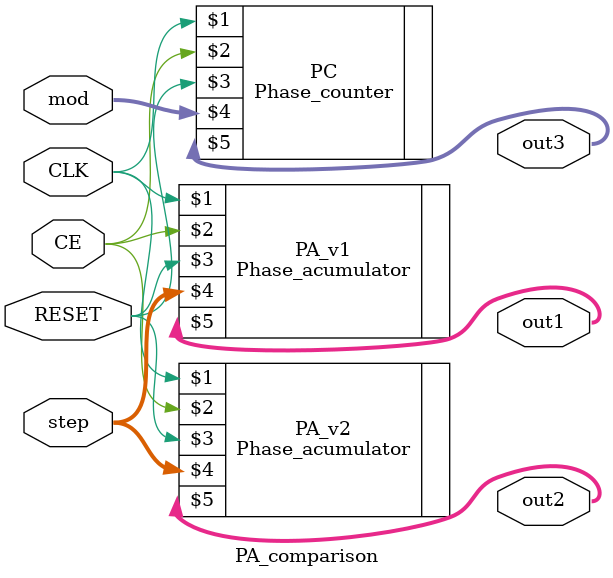
<source format=v>
`timescale 1ns / 1ps


module PA_comparison # (parameter w_step = 8, parameter w_out = 16, parameter N = 4)(CLK, CE, RESET, step, mod, out1, out2, out3);

input CLK;
input CE;
input RESET;
input [w_step-1:0] step;
input [w_out-1:0] mod;

output [w_out-1:0] out1;
output [w_out-1:0] out2;
output [w_out-1:0] out3;

    Phase_acumulator #(1, w_step, w_out, N) PA_v1(CLK, CE, RESET, step, out1);
    Phase_acumulator #(2, w_step, w_out, N) PA_v2(CLK, CE, RESET, step, out2);
    Phase_counter #(w_out) PC(CLK, CE, RESET, mod, out3);
    
endmodule

</source>
